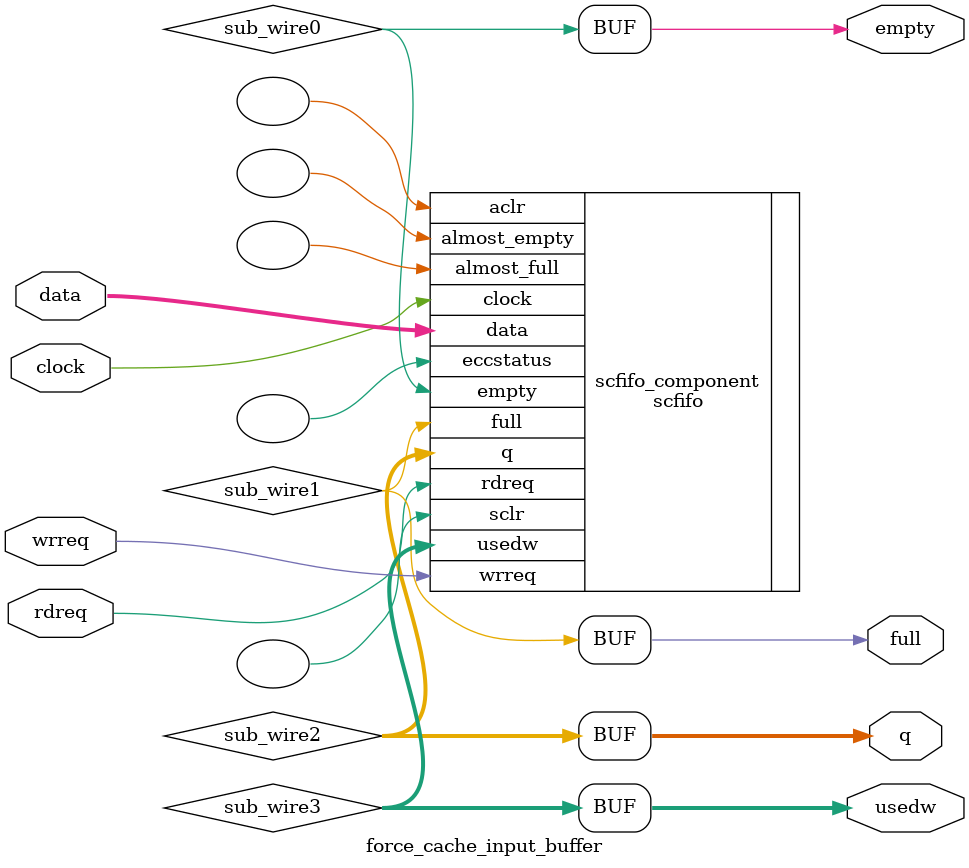
<source format=v>



// synopsys translate_off
`timescale 1 ps / 1 ps
// synopsys translate_on
module force_cache_input_buffer
#(
	parameter FORCE_DATA_WIDTH = 32*3,
	parameter BUFFER_DEPTH = 16,
	parameter BUFFER_ADDR_WIDTH = 4					// log(BUFFER_DEPTH) / log 2
)
(
    clock,
    data,
    rdreq,
    wrreq,
    empty,
    full,
    q,
    usedw
);

    input    clock;
    input  [FORCE_DATA_WIDTH-1:0]  data;
    input    rdreq;
    input    wrreq;
    output   empty;
    output   full;
    output [FORCE_DATA_WIDTH-1:0]  q;
    output [BUFFER_ADDR_WIDTH-1:0]  usedw;

    wire  sub_wire0;
    wire  sub_wire1;
    wire [FORCE_DATA_WIDTH-1:0] sub_wire2;
    wire [BUFFER_ADDR_WIDTH-1:0] sub_wire3;
    wire  empty = sub_wire0;
    wire  full = sub_wire1;
    wire [FORCE_DATA_WIDTH-1:0] q = sub_wire2[FORCE_DATA_WIDTH-1:0];
    wire [BUFFER_ADDR_WIDTH-1:0] usedw = sub_wire3[BUFFER_ADDR_WIDTH-1:0];

    scfifo  scfifo_component (
                .clock (clock),
                .data (data),
                .rdreq (rdreq),
                .wrreq (wrreq),
                .empty (sub_wire0),
                .full (sub_wire1),
                .q (sub_wire2),
                .usedw (sub_wire3),
                .aclr (),
                .almost_empty (),
                .almost_full (),
                .eccstatus (),
                .sclr ());
    defparam
        scfifo_component.add_ram_output_register  = "OFF",
        scfifo_component.enable_ecc  = "FALSE",
        scfifo_component.intended_device_family  = "Stratix 10",
        scfifo_component.lpm_numwords  = BUFFER_DEPTH,
        scfifo_component.lpm_showahead  = "OFF",
        scfifo_component.lpm_type  = "scfifo",
        scfifo_component.lpm_width  = FORCE_DATA_WIDTH,
        scfifo_component.lpm_widthu  = BUFFER_ADDR_WIDTH,
        scfifo_component.overflow_checking  = "ON",
        scfifo_component.underflow_checking  = "ON",
        scfifo_component.use_eab  = "ON";


endmodule
</source>
